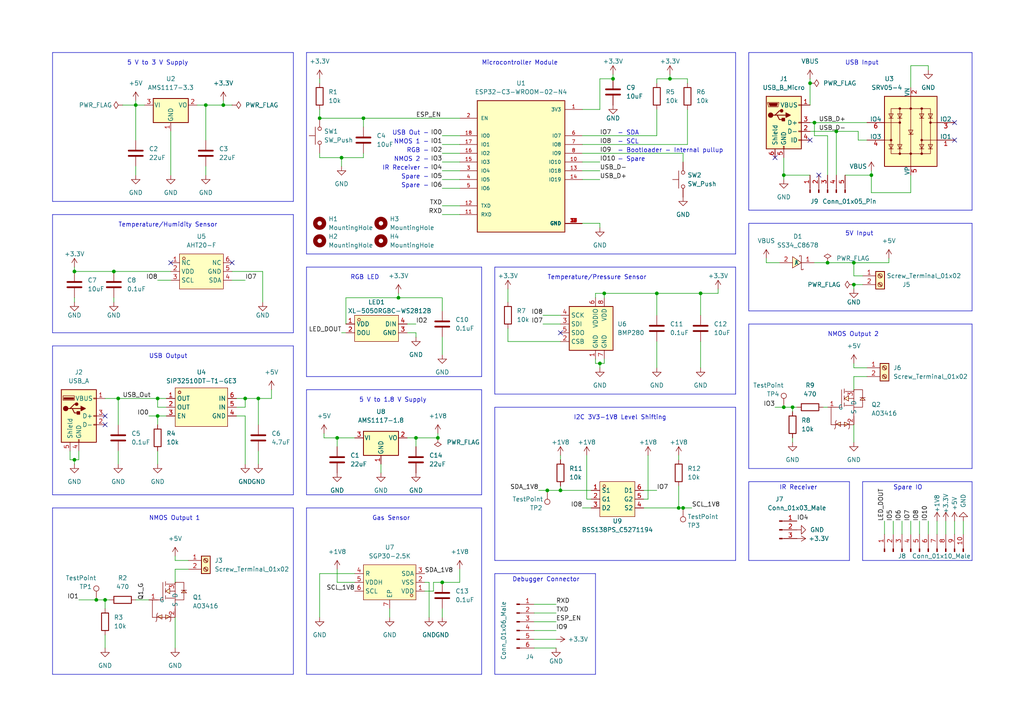
<source format=kicad_sch>
(kicad_sch (version 20230121) (generator eeschema)
  (paper "A4")
  (title_block (title "LightWeather V3") (date "2023-03-21") (rev "2") (company "Dominic Mason"))
  (junction (at 175.26 85.09))
  (junction (at 59.69 30.48))
  (junction (at 162.56 142.24))
  (junction (at 127 127))
  (junction (at 105.41 34.29))
  (junction (at 252.73 50.8))
  (junction (at 30.48 173.99))
  (junction (at 173.99 105.41))
  (junction (at 190.5 85.09))
  (junction (at 194.31 22.86))
  (junction (at 74.93 115.57))
  (junction (at 198.12 147.32))
  (junction (at 27.94 173.99))
  (junction (at 158.75 142.24))
  (junction (at 39.37 30.48))
  (junction (at 242.57 38.1))
  (junction (at 21.59 78.74))
  (junction (at 71.12 115.57))
  (junction (at 92.71 34.29))
  (junction (at 34.29 115.57))
  (junction (at 240.03 76.2))
  (junction (at 21.59 133.35))
  (junction (at 196.85 147.32))
  (junction (at 229.87 118.11))
  (junction (at 33.02 78.74))
  (junction (at 45.72 115.57))
  (junction (at 64.77 30.48))
  (junction (at 227.33 118.11))
  (junction (at 120.65 127))
  (junction (at 236.22 35.56))
  (junction (at 247.65 76.2))
  (junction (at 177.8 22.86))
  (junction (at 99.06 45.72))
  (junction (at 227.33 50.8))
  (junction (at 97.79 127))
  (junction (at 203.2 85.09))
  (junction (at 115.57 86.36))
  (junction (at 128.27 168.91))
  (junction (at 234.95 24.13))
  (junction (at 247.65 82.55))
  (junction (at 45.72 120.65))
  (no_connect (at 276.86 35.56))
  (no_connect (at 224.79 45.72))
  (no_connect (at 30.48 123.19))
  (no_connect (at 237.49 50.8))
  (no_connect (at 49.53 76.2))
  (no_connect (at 162.56 96.52))
  (no_connect (at 67.31 76.2))
  (no_connect (at 276.86 40.64))
  (no_connect (at 234.95 40.64))
  (no_connect (at 30.48 120.65))
  (wire (pts (xy 274.32 151.13) (xy 274.32 154.94)))
  (polyline (pts (xy 217.17 15.24) (xy 217.17 60.96)))
  (wire (pts (xy 269.24 151.13) (xy 269.24 154.94)))
  (wire (pts (xy 68.58 118.11) (xy 71.12 118.11)))
  (wire (pts (xy 154.94 182.88) (xy 161.29 182.88)))
  (wire (pts (xy 240.03 50.8) (xy 240.03 39.37)))
  (wire (pts (xy 50.8 165.1) (xy 50.8 168.91)))
  (wire (pts (xy 168.91 147.32) (xy 171.45 147.32)))
  (wire (pts (xy 22.86 173.99) (xy 27.94 173.99)))
  (wire (pts (xy 50.8 179.07) (xy 50.8 187.96)))
  (wire (pts (xy 240.03 39.37) (xy 236.22 39.37)))
  (wire (pts (xy 30.48 173.99) (xy 31.75 173.99)))
  (wire (pts (xy 45.72 120.65) (xy 48.26 120.65)))
  (wire (pts (xy 93.98 127) (xy 97.79 127)))
  (wire (pts (xy 175.26 85.09) (xy 175.26 86.36)))
  (wire (pts (xy 102.87 168.91) (xy 97.79 168.91)))
  (polyline (pts (xy 213.36 77.47) (xy 213.36 114.3)))
  (wire (pts (xy 172.72 105.41) (xy 173.99 105.41)))
  (polyline (pts (xy 139.7 195.58) (xy 88.9 195.58)))
  (wire (pts (xy 45.72 81.28) (xy 49.53 81.28)))
  (wire (pts (xy 147.32 87.63) (xy 147.32 83.82)))
  (wire (pts (xy 162.56 140.97) (xy 162.56 142.24)))
  (wire (pts (xy 45.72 118.11) (xy 45.72 115.57)))
  (wire (pts (xy 78.74 115.57) (xy 78.74 113.03)))
  (wire (pts (xy 264.16 55.88) (xy 252.73 55.88)))
  (polyline (pts (xy 85.09 195.58) (xy 15.24 195.58)))
  (wire (pts (xy 74.93 115.57) (xy 74.93 123.19)))
  (polyline (pts (xy 217.17 93.98) (xy 217.17 135.89)))
  (wire (pts (xy 173.99 105.41) (xy 175.26 105.41)))
  (wire (pts (xy 105.41 34.29) (xy 133.35 34.29)))
  (wire (pts (xy 154.94 187.96) (xy 161.29 187.96)))
  (wire (pts (xy 128.27 97.79) (xy 128.27 102.87)))
  (wire (pts (xy 35.56 30.48) (xy 39.37 30.48)))
  (wire (pts (xy 118.11 93.98) (xy 120.65 93.98)))
  (wire (pts (xy 128.27 176.53) (xy 128.27 179.07)))
  (wire (pts (xy 120.65 127) (xy 127 127)))
  (polyline (pts (xy 281.94 90.17) (xy 217.17 90.17)))
  (wire (pts (xy 147.32 95.25) (xy 147.32 99.06)))
  (wire (pts (xy 266.7 151.13) (xy 266.7 154.94)))
  (wire (pts (xy 34.29 115.57) (xy 34.29 123.19)))
  (wire (pts (xy 236.22 35.56) (xy 251.46 35.56)))
  (polyline (pts (xy 250.19 139.7) (xy 281.94 139.7)))
  (wire (pts (xy 203.2 99.06) (xy 203.2 106.68)))
  (wire (pts (xy 271.78 151.13) (xy 271.78 154.94)))
  (wire (pts (xy 128.27 168.91) (xy 133.35 168.91)))
  (wire (pts (xy 113.03 176.53) (xy 113.03 179.07)))
  (wire (pts (xy 227.33 45.72) (xy 227.33 50.8)))
  (wire (pts (xy 252.73 50.8) (xy 252.73 49.53)))
  (wire (pts (xy 105.41 34.29) (xy 105.41 36.83)))
  (wire (pts (xy 234.95 24.13) (xy 234.95 30.48)))
  (wire (pts (xy 100.33 93.98) (xy 100.33 86.36)))
  (wire (pts (xy 234.95 50.8) (xy 227.33 50.8)))
  (wire (pts (xy 59.69 30.48) (xy 59.69 40.64)))
  (polyline (pts (xy 88.9 143.51) (xy 139.7 143.51)))
  (wire (pts (xy 120.65 96.52) (xy 120.65 97.79)))
  (wire (pts (xy 74.93 115.57) (xy 78.74 115.57)))
  (wire (pts (xy 71.12 115.57) (xy 74.93 115.57)))
  (polyline (pts (xy 15.24 62.23) (xy 15.24 96.52)))
  (wire (pts (xy 229.87 118.11) (xy 231.14 118.11)))
  (polyline (pts (xy 213.36 15.24) (xy 88.9 15.24)))
  (polyline (pts (xy 143.51 77.47) (xy 213.36 77.47)))
  (polyline (pts (xy 139.7 143.51) (xy 139.7 113.03)))
  (wire (pts (xy 21.59 133.35) (xy 21.59 134.62)))
  (wire (pts (xy 57.15 30.48) (xy 59.69 30.48)))
  (polyline (pts (xy 217.17 15.24) (xy 281.94 15.24)))
  (wire (pts (xy 162.56 133.35) (xy 162.56 132.08)))
  (wire (pts (xy 238.76 118.11) (xy 240.03 118.11)))
  (wire (pts (xy 147.32 99.06) (xy 162.56 99.06)))
  (polyline (pts (xy 143.51 166.37) (xy 172.72 166.37)))
  (wire (pts (xy 175.26 105.41) (xy 175.26 104.14)))
  (wire (pts (xy 234.95 38.1) (xy 242.57 38.1)))
  (wire (pts (xy 227.33 50.8) (xy 227.33 52.07)))
  (wire (pts (xy 59.69 48.26) (xy 59.69 50.8)))
  (wire (pts (xy 251.46 106.68) (xy 247.65 106.68)))
  (polyline (pts (xy 281.94 135.89) (xy 217.17 135.89)))
  (polyline (pts (xy 88.9 15.24) (xy 88.9 73.66)))
  (wire (pts (xy 105.41 45.72) (xy 105.41 44.45)))
  (wire (pts (xy 242.57 38.1) (xy 242.57 50.8)))
  (wire (pts (xy 154.94 185.42) (xy 161.29 185.42)))
  (wire (pts (xy 168.91 64.77) (xy 173.99 64.77)))
  (wire (pts (xy 120.65 129.54) (xy 120.65 127)))
  (wire (pts (xy 203.2 85.09) (xy 190.5 85.09)))
  (wire (pts (xy 43.18 120.65) (xy 45.72 120.65)))
  (wire (pts (xy 97.79 127) (xy 102.87 127)))
  (wire (pts (xy 128.27 44.45) (xy 133.35 44.45)))
  (wire (pts (xy 22.86 130.81) (xy 22.86 133.35)))
  (wire (pts (xy 21.59 87.63) (xy 21.59 86.36)))
  (wire (pts (xy 128.27 90.17) (xy 128.27 86.36)))
  (wire (pts (xy 168.91 31.75) (xy 173.99 31.75)))
  (wire (pts (xy 64.77 30.48) (xy 67.31 30.48)))
  (polyline (pts (xy 88.9 77.47) (xy 139.7 77.47)))
  (wire (pts (xy 92.71 45.72) (xy 99.06 45.72)))
  (polyline (pts (xy 250.19 162.56) (xy 281.94 162.56)))
  (wire (pts (xy 236.22 39.37) (xy 236.22 35.56)))
  (wire (pts (xy 227.33 118.11) (xy 229.87 118.11)))
  (wire (pts (xy 168.91 46.99) (xy 173.99 46.99)))
  (polyline (pts (xy 85.09 143.51) (xy 15.24 143.51)))
  (wire (pts (xy 196.85 147.32) (xy 186.69 147.32)))
  (polyline (pts (xy 213.36 162.56) (xy 213.36 118.11)))
  (wire (pts (xy 247.65 109.22) (xy 247.65 113.03)))
  (wire (pts (xy 34.29 115.57) (xy 45.72 115.57)))
  (wire (pts (xy 208.28 83.82) (xy 208.28 85.09)))
  (wire (pts (xy 97.79 168.91) (xy 97.79 165.1)))
  (wire (pts (xy 50.8 162.56) (xy 50.8 161.29)))
  (wire (pts (xy 21.59 133.35) (xy 22.86 133.35)))
  (wire (pts (xy 240.03 76.2) (xy 247.65 76.2)))
  (wire (pts (xy 64.77 29.21) (xy 64.77 30.48)))
  (wire (pts (xy 252.73 55.88) (xy 252.73 50.8)))
  (wire (pts (xy 172.72 86.36) (xy 172.72 85.09)))
  (wire (pts (xy 157.48 93.98) (xy 162.56 93.98)))
  (wire (pts (xy 76.2 78.74) (xy 76.2 87.63)))
  (wire (pts (xy 203.2 85.09) (xy 203.2 91.44)))
  (wire (pts (xy 187.96 132.08) (xy 187.96 144.78)))
  (polyline (pts (xy 143.51 162.56) (xy 213.36 162.56)))
  (polyline (pts (xy 88.9 77.47) (xy 88.9 109.22)))
  (wire (pts (xy 222.25 76.2) (xy 226.06 76.2)))
  (wire (pts (xy 59.69 30.48) (xy 64.77 30.48)))
  (polyline (pts (xy 15.24 100.33) (xy 15.24 143.51)))
  (wire (pts (xy 30.48 173.99) (xy 30.48 176.53)))
  (wire (pts (xy 172.72 85.09) (xy 175.26 85.09)))
  (wire (pts (xy 124.46 168.91) (xy 123.19 168.91)))
  (polyline (pts (xy 85.09 58.42) (xy 15.24 58.42)))
  (polyline (pts (xy 143.51 77.47) (xy 143.51 114.3)))
  (polyline (pts (xy 281.94 60.96) (xy 217.17 60.96)))
  (wire (pts (xy 125.73 168.91) (xy 125.73 171.45)))
  (wire (pts (xy 125.73 171.45) (xy 123.19 171.45)))
  (wire (pts (xy 156.21 142.24) (xy 158.75 142.24)))
  (wire (pts (xy 173.99 22.86) (xy 173.99 31.75)))
  (polyline (pts (xy 88.9 147.32) (xy 139.7 147.32)))
  (wire (pts (xy 199.39 31.75) (xy 199.39 41.91)))
  (wire (pts (xy 168.91 41.91) (xy 199.39 41.91)))
  (wire (pts (xy 128.27 49.53) (xy 133.35 49.53)))
  (polyline (pts (xy 172.72 166.37) (xy 172.72 195.58)))
  (wire (pts (xy 115.57 85.09) (xy 115.57 86.36)))
  (wire (pts (xy 92.71 45.72) (xy 92.71 44.45)))
  (wire (pts (xy 199.39 24.13) (xy 199.39 22.86)))
  (wire (pts (xy 133.35 168.91) (xy 133.35 165.1)))
  (polyline (pts (xy 139.7 109.22) (xy 88.9 109.22)))
  (wire (pts (xy 236.22 76.2) (xy 240.03 76.2)))
  (wire (pts (xy 175.26 85.09) (xy 190.5 85.09)))
  (wire (pts (xy 247.65 106.68) (xy 247.65 105.41)))
  (wire (pts (xy 118.11 96.52) (xy 120.65 96.52)))
  (wire (pts (xy 34.29 130.81) (xy 34.29 134.62)))
  (wire (pts (xy 264.16 19.05) (xy 269.24 19.05)))
  (polyline (pts (xy 217.17 64.77) (xy 281.94 64.77)))
  (wire (pts (xy 99.06 96.52) (xy 100.33 96.52)))
  (wire (pts (xy 247.65 80.01) (xy 247.65 76.2)))
  (wire (pts (xy 99.06 45.72) (xy 99.06 48.26)))
  (wire (pts (xy 21.59 77.47) (xy 21.59 78.74)))
  (polyline (pts (xy 15.24 96.52) (xy 85.09 96.52)))
  (wire (pts (xy 118.11 127) (xy 120.65 127)))
  (wire (pts (xy 49.53 50.8) (xy 49.53 38.1)))
  (polyline (pts (xy 281.94 93.98) (xy 281.94 135.89)))
  (wire (pts (xy 190.5 24.13) (xy 190.5 22.86)))
  (wire (pts (xy 259.08 151.13) (xy 259.08 154.94)))
  (wire (pts (xy 20.32 130.81) (xy 20.32 133.35)))
  (wire (pts (xy 168.91 44.45) (xy 198.12 44.45)))
  (polyline (pts (xy 85.09 100.33) (xy 85.09 143.51)))
  (wire (pts (xy 247.65 82.55) (xy 250.19 82.55)))
  (wire (pts (xy 45.72 115.57) (xy 48.26 115.57)))
  (wire (pts (xy 234.95 35.56) (xy 236.22 35.56)))
  (wire (pts (xy 30.48 115.57) (xy 34.29 115.57)))
  (wire (pts (xy 186.69 144.78) (xy 187.96 144.78)))
  (wire (pts (xy 128.27 168.91) (xy 125.73 168.91)))
  (wire (pts (xy 67.31 81.28) (xy 71.12 81.28)))
  (wire (pts (xy 71.12 120.65) (xy 71.12 134.62)))
  (polyline (pts (xy 217.17 93.98) (xy 281.94 93.98)))
  (polyline (pts (xy 15.24 15.24) (xy 85.09 15.24)))
  (wire (pts (xy 256.54 151.13) (xy 256.54 154.94)))
  (wire (pts (xy 128.27 59.69) (xy 133.35 59.69)))
  (wire (pts (xy 154.94 177.8) (xy 161.29 177.8)))
  (wire (pts (xy 247.65 109.22) (xy 251.46 109.22)))
  (polyline (pts (xy 15.24 62.23) (xy 85.09 62.23)))
  (wire (pts (xy 190.5 22.86) (xy 194.31 22.86)))
  (polyline (pts (xy 85.09 147.32) (xy 85.09 195.58)))
  (wire (pts (xy 261.62 151.13) (xy 261.62 154.94)))
  (wire (pts (xy 154.94 180.34) (xy 161.29 180.34)))
  (wire (pts (xy 248.92 40.64) (xy 251.46 40.64)))
  (wire (pts (xy 276.86 151.13) (xy 276.86 154.94)))
  (wire (pts (xy 242.57 38.1) (xy 248.92 38.1)))
  (wire (pts (xy 20.32 133.35) (xy 21.59 133.35)))
  (wire (pts (xy 170.18 132.08) (xy 170.18 144.78)))
  (wire (pts (xy 196.85 133.35) (xy 196.85 132.08)))
  (wire (pts (xy 234.95 24.13) (xy 234.95 22.86)))
  (polyline (pts (xy 143.51 118.11) (xy 143.51 162.56)))
  (wire (pts (xy 97.79 129.54) (xy 97.79 127)))
  (polyline (pts (xy 213.36 114.3) (xy 143.51 114.3)))
  (wire (pts (xy 115.57 86.36) (xy 128.27 86.36)))
  (wire (pts (xy 110.49 134.62) (xy 110.49 137.16)))
  (polyline (pts (xy 88.9 113.03) (xy 88.9 143.51)))
  (wire (pts (xy 173.99 22.86) (xy 177.8 22.86)))
  (wire (pts (xy 71.12 118.11) (xy 71.12 115.57)))
  (polyline (pts (xy 15.24 58.42) (xy 15.24 15.24)))
  (wire (pts (xy 33.02 78.74) (xy 49.53 78.74)))
  (wire (pts (xy 100.33 86.36) (xy 115.57 86.36)))
  (wire (pts (xy 158.75 142.24) (xy 162.56 142.24)))
  (wire (pts (xy 128.27 41.91) (xy 133.35 41.91)))
  (wire (pts (xy 154.94 175.26) (xy 161.29 175.26)))
  (polyline (pts (xy 88.9 73.66) (xy 213.36 73.66)))
  (wire (pts (xy 39.37 30.48) (xy 39.37 40.64)))
  (wire (pts (xy 194.31 21.59) (xy 194.31 22.86)))
  (wire (pts (xy 128.27 52.07) (xy 133.35 52.07)))
  (wire (pts (xy 248.92 40.64) (xy 248.92 38.1)))
  (polyline (pts (xy 85.09 15.24) (xy 85.09 58.42)))
  (polyline (pts (xy 281.94 15.24) (xy 281.94 60.96)))
  (polyline (pts (xy 85.09 96.52) (xy 85.09 62.23)))
  (polyline (pts (xy 281.94 162.56) (xy 281.94 139.7)))
  (wire (pts (xy 168.91 39.37) (xy 190.5 39.37)))
  (polyline (pts (xy 143.51 166.37) (xy 143.51 195.58)))
  (polyline (pts (xy 172.72 195.58) (xy 143.51 195.58)))
  (wire (pts (xy 247.65 83.82) (xy 247.65 82.55)))
  (wire (pts (xy 168.91 52.07) (xy 173.99 52.07)))
  (wire (pts (xy 128.27 46.99) (xy 133.35 46.99)))
  (wire (pts (xy 92.71 22.86) (xy 92.71 24.13)))
  (wire (pts (xy 186.69 142.24) (xy 190.5 142.24)))
  (wire (pts (xy 162.56 142.24) (xy 171.45 142.24)))
  (wire (pts (xy 21.59 78.74) (xy 33.02 78.74)))
  (polyline (pts (xy 139.7 147.32) (xy 139.7 195.58)))
  (wire (pts (xy 39.37 48.26) (xy 39.37 50.8)))
  (wire (pts (xy 173.99 64.77) (xy 173.99 66.04)))
  (wire (pts (xy 92.71 31.75) (xy 92.71 34.29)))
  (polyline (pts (xy 217.17 139.7) (xy 217.17 162.56)))
  (wire (pts (xy 229.87 127) (xy 229.87 128.27)))
  (wire (pts (xy 124.46 179.07) (xy 124.46 168.91)))
  (wire (pts (xy 203.2 85.09) (xy 208.28 85.09)))
  (wire (pts (xy 127 125.73) (xy 127 127)))
  (wire (pts (xy 39.37 173.99) (xy 43.18 173.99)))
  (polyline (pts (xy 246.38 139.7) (xy 246.38 162.56)))
  (wire (pts (xy 224.79 118.11) (xy 227.33 118.11)))
  (wire (pts (xy 128.27 62.23) (xy 133.35 62.23)))
  (wire (pts (xy 222.25 74.93) (xy 222.25 76.2)))
  (wire (pts (xy 229.87 118.11) (xy 229.87 119.38)))
  (wire (pts (xy 68.58 115.57) (xy 71.12 115.57)))
  (wire (pts (xy 173.99 105.41) (xy 173.99 106.68)))
  (wire (pts (xy 196.85 147.32) (xy 198.12 147.32)))
  (polyline (pts (xy 15.24 147.32) (xy 85.09 147.32)))
  (wire (pts (xy 190.5 91.44) (xy 190.5 85.09)))
  (wire (pts (xy 264.16 25.4) (xy 264.16 19.05)))
  (wire (pts (xy 264.16 151.13) (xy 264.16 154.94)))
  (wire (pts (xy 128.27 54.61) (xy 133.35 54.61)))
  (wire (pts (xy 30.48 184.15) (xy 30.48 187.96)))
  (polyline (pts (xy 250.19 139.7) (xy 250.19 162.56)))
  (wire (pts (xy 99.06 45.72) (xy 105.41 45.72)))
  (polyline (pts (xy 281.94 64.77) (xy 281.94 90.17)))
  (wire (pts (xy 74.93 130.81) (xy 74.93 134.62)))
  (wire (pts (xy 168.91 49.53) (xy 173.99 49.53)))
  (wire (pts (xy 198.12 147.32) (xy 200.66 147.32)))
  (wire (pts (xy 269.24 19.05) (xy 269.24 20.32)))
  (polyline (pts (xy 213.36 118.11) (xy 143.51 118.11)))
  (polyline (pts (xy 88.9 147.32) (xy 88.9 195.58)))
  (wire (pts (xy 102.87 166.37) (xy 92.71 166.37)))
  (wire (pts (xy 245.11 50.8) (xy 252.73 50.8)))
  (polyline (pts (xy 217.17 64.77) (xy 217.17 90.17)))
  (wire (pts (xy 257.81 74.93) (xy 257.81 76.2)))
  (wire (pts (xy 177.8 21.59) (xy 177.8 22.86)))
  (polyline (pts (xy 246.38 162.56) (xy 217.17 162.56)))
  (wire (pts (xy 198.12 44.45) (xy 198.12 46.99)))
  (wire (pts (xy 190.5 99.06) (xy 190.5 106.68)))
  (wire (pts (xy 45.72 130.81) (xy 45.72 134.62)))
  (wire (pts (xy 27.94 173.99) (xy 30.48 173.99)))
  (wire (pts (xy 170.18 144.78) (xy 171.45 144.78)))
  (wire (pts (xy 92.71 34.29) (xy 105.41 34.29)))
  (wire (pts (xy 93.98 125.73) (xy 93.98 127)))
  (wire (pts (xy 279.4 151.13) (xy 279.4 154.94)))
  (wire (pts (xy 45.72 123.19) (xy 45.72 120.65)))
  (polyline (pts (xy 217.17 139.7) (xy 246.38 139.7)))
  (wire (pts (xy 33.02 86.36) (xy 33.02 87.63)))
  (wire (pts (xy 196.85 140.97) (xy 196.85 147.32)))
  (polyline (pts (xy 15.24 100.33) (xy 85.09 100.33)))
  (polyline (pts (xy 88.9 113.03) (xy 139.7 113.03)))
  (wire (pts (xy 157.48 91.44) (xy 162.56 91.44)))
  (wire (pts (xy 48.26 118.11) (xy 45.72 118.11)))
  (wire (pts (xy 247.65 76.2) (xy 257.81 76.2)))
  (wire (pts (xy 128.27 39.37) (xy 133.35 39.37)))
  (wire (pts (xy 67.31 78.74) (xy 76.2 78.74)))
  (wire (pts (xy 92.71 166.37) (xy 92.71 179.07)))
  (wire (pts (xy 68.58 120.65) (xy 71.12 120.65)))
  (polyline (pts (xy 213.36 73.66) (xy 213.36 15.24)))
  (wire (pts (xy 264.16 50.8) (xy 264.16 55.88)))
  (wire (pts (xy 172.72 104.14) (xy 172.72 105.41)))
  (wire (pts (xy 190.5 31.75) (xy 190.5 39.37)))
  (wire (pts (xy 194.31 22.86) (xy 199.39 22.86)))
  (wire (pts (xy 247.65 123.19) (xy 247.65 128.27)))
  (wire (pts (xy 39.37 29.21) (xy 39.37 30.48)))
  (wire (pts (xy 39.37 30.48) (xy 41.91 30.48)))
  (wire (pts (xy 247.65 80.01) (xy 250.19 80.01)))
  (wire (pts (xy 50.8 165.1) (xy 54.61 165.1)))
  (wire (pts (xy 54.61 162.56) (xy 50.8 162.56)))
  (polyline (pts (xy 139.7 77.47) (xy 139.7 109.22)))
  (polyline (pts (xy 15.24 147.32) (xy 15.24 195.58)))
  (text "- Bootloader - Internal pullup" (at 179.07 44.45 0) (effects (font (size 1.27 1.27)) (justify left bottom)))
  (text "- SDA" (at 179.07 39.37 0) (effects (font (size 1.27 1.27)) (justify left bottom)))
  (text "Spare IO" (at 259.08 142.24 0) (effects (font (size 1.27 1.27)) (justify left bottom)))
  (text "5 V to 1.8 V Supply" (at 104.14 116.84 0) (effects (font (size 1.27 1.27)) (justify left bottom)))
  (text "NMOS Output 1" (at 43.18 151.13 0) (effects (font (size 1.27 1.27)) (justify left bottom)))
  (text "Debugger Connector" (at 148.59 168.91 0) (effects (font (size 1.27 1.27)) (justify left bottom)))
  (text "- SCL" (at 179.07 41.91 0) (effects (font (size 1.27 1.27)) (justify left bottom)))
  (text "NMOS Output 2" (at 240.03 97.79 0) (effects (font (size 1.27 1.27)) (justify left bottom)))
  (text "5V Input" (at 245.11 68.58 0) (effects (font (size 1.27 1.27)) (justify left bottom)))
  (text "NMOS 1 -" (at 124.46 41.91 0) (effects (font (size 1.27 1.27)) (justify right bottom)))
  (text "USB Input" (at 245.11 19.05 0) (effects (font (size 1.27 1.27)) (justify left bottom)))
  (text "5 V to 3 V Supply" (at 36.83 19.05 0) (effects (font (size 1.27 1.27)) (justify left bottom)))
  (text "USB Out -" (at 124.46 39.37 0) (effects (font (size 1.27 1.27)) (justify right bottom)))
  (text "RGB LED" (at 101.6 81.28 0) (effects (font (size 1.27 1.27)) (justify left bottom)))
  (text "IR Receiver -" (at 124.46 49.53 0) (effects (font (size 1.27 1.27)) (justify right bottom)))
  (text "Temperature/Humidity Sensor" (at 34.29 66.04 0) (effects (font (size 1.27 1.27)) (justify left bottom)))
  (text "NMOS 2 -" (at 124.46 46.99 0) (effects (font (size 1.27 1.27)) (justify right bottom)))
  (text "IR Receiver" (at 226.06 142.24 0) (effects (font (size 1.27 1.27)) (justify left bottom)))
  (text "I2C 3V3-1V8 Level Shifting" (at 166.37 121.92 0) (effects (font (size 1.27 1.27)) (justify left bottom)))
  (text "Microcontroller Module" (at 139.7 19.05 0) (effects (font (size 1.27 1.27)) (justify left bottom)))
  (text "Temperature/Pressure Sensor" (at 158.75 81.28 0) (effects (font (size 1.27 1.27)) (justify left bottom)))
  (text "Spare -" (at 124.46 52.07 0) (effects (font (size 1.27 1.27)) (justify right bottom)))
  (text "Gas Sensor" (at 107.95 151.13 0) (effects (font (size 1.27 1.27)) (justify left bottom)))
  (text "RGB -" (at 124.46 44.45 0) (effects (font (size 1.27 1.27)) (justify right bottom)))
  (text "- Spare" (at 179.07 46.99 0) (effects (font (size 1.27 1.27)) (justify left bottom)))
  (text "Spare -" (at 124.46 54.61 0) (effects (font (size 1.27 1.27)) (justify right bottom)))
  (text "USB Output" (at 43.18 104.14 0) (effects (font (size 1.27 1.27)) (justify left bottom)))
  (label "USB_D-" (at 237.49 38.1 0))
  (label "IO6" (at 128.27 54.61 180))
  (label "IO3" (at 224.79 118.11 180))
  (label "SCL_1V8" (at 200.66 147.32 0))
  (label "TXD" (at 161.29 177.8 0))
  (label "IO7" (at 157.48 93.98 180))
  (label "IO8" (at 173.99 41.91 0))
  (label "IO8" (at 45.72 81.28 180))
  (label "IO7" (at 264.16 151.13 90))
  (label "IO0" (at 128.27 39.37 180))
  (label "LED_DOUT" (at 256.54 151.13 90))
  (label "IO7" (at 173.99 39.37 0))
  (label "IO9" (at 173.99 44.45 0))
  (label "LED_DOUT" (at 99.06 96.52 180))
  (label "IO0" (at 43.18 120.65 180))
  (label "IO3" (at 128.27 46.99 180))
  (label "USB_D+" (at 173.99 52.07 0))
  (label "ESP_EN" (at 120.65 34.29 0))
  (label "IO4" (at 128.27 49.53 180))
  (label "SDA_1V8" (at 123.19 166.37 0))
  (label "SCL_1V8" (at 102.87 171.45 180))
  (label "IO5" (at 259.08 151.13 90))
  (label "RXD" (at 128.27 62.23 180))
  (label "IO8" (at 266.7 151.13 90))
  (label "IO2" (at 120.65 93.98 0))
  (label "IO5" (at 128.27 52.07 180))
  (label "Q1_G" (at 41.91 173.99 90))
  (label "IO1" (at 22.86 173.99 180))
  (label "IO2" (at 128.27 44.45 180))
  (label "TXD" (at 128.27 59.69 180))
  (label "IO7" (at 71.12 81.28 0))
  (label "USB_D-" (at 173.99 49.53 0))
  (label "IO9" (at 161.29 182.88 0))
  (label "IO6" (at 261.62 151.13 90))
  (label "IO10" (at 269.24 151.13 90))
  (label "IO7" (at 190.5 142.24 0))
  (label "IO10" (at 173.99 46.99 0))
  (label "IO8" (at 168.91 147.32 180))
  (label "IO1" (at 128.27 41.91 180))
  (label "USB_D+" (at 237.49 35.56 0))
  (label "ESP_EN" (at 161.29 180.34 0))
  (label "IO4" (at 231.14 151.13 0))
  (label "IO8" (at 157.48 91.44 180))
  (label "RXD" (at 161.29 175.26 0))
  (label "SDA_1V8" (at 156.21 142.24 180))
  (label "USB_Out" (at 35.56 115.57 0))
  (symbol (lib_id "power:PWR_FLAG") (at 240.03 76.2 0) (unit 1)
    (property "Reference" "#FLG01" (effects hide))
    (property "Value" "PWR_FLAG" (at 242.57 74.9299 0) (effects (justify left)))
  )
  (symbol (lib_id "Connector:TestPoint") (at 227.33 118.11 0) (unit 1)
    (property "Reference" "TP4" (at 226.06 114.3 0) (effects (justify right)))
    (property "Value" "TestPoint" (at 227.33 111.76 0) (effects (justify right)))
    (property "Footprint" "TestPoint:TestPoint_Pad_D2.0mm" (effects hide))
  )
  (symbol (lib_id "power:GND") (at 74.93 134.62 0) (unit 1)
    (property "Reference" "#PWR0129" (effects hide))
    (property "Value" "GND" (at 74.93 139.7 0))
  )
  (symbol (lib_id "power:GND") (at 124.46 179.07 0) (unit 1)
    (property "Reference" "#PWR0142" (effects hide))
    (property "Value" "GND" (at 124.46 184.15 0))
  )
  (symbol (lib_id "Connector:Screw_Terminal_01x02") (at 255.27 80.01 0) (unit 1)
    (property "Reference" "J5" (at 262.89 82.55 0))
    (property "Value" "Screw_Terminal_01x02" (at 267.97 80.01 0))
    (property "Footprint" "TerminalBlock:TerminalBlock_Altech_AK300-2_P5.00mm" (effects hide))
  )
  (symbol (lib_id "power:+5V") (at 78.74 113.03 0) (unit 1)
    (property "Reference" "#PWR07" (effects hide))
    (property "Value" "+5V" (at 78.74 107.95 0))
  )
  (symbol (lib_id "power:+1V8") (at 127 125.73 0) (unit 1)
    (property "Reference" "#PWR0153" (effects hide))
    (property "Value" "+1V8" (at 127 120.65 0))
  )
  (symbol (lib_id "power:GND") (at 33.02 87.63 0) (unit 1)
    (property "Reference" "#PWR0117" (effects hide))
    (property "Value" "GND" (at 33.02 91.44 0))
  )
  (symbol (lib_id "Device:C") (at 128.27 172.72 0) (unit 1)
    (property "Reference" "C13" (at 132.08 171.4499 0) (effects (justify left)))
    (property "Value" "0.1uF" (at 132.08 173.99 0) (effects (justify left)))
    (property "Footprint" "Capacitor_SMD:C_0805_2012Metric_Pad1.18x1.45mm_HandSolder" (effects hide))
  )
  (symbol (lib_id "Connector:Screw_Terminal_01x02") (at 256.54 106.68 0) (unit 1)
    (property "Reference" "J6" (at 259.08 106.6799 0) (effects (justify left)))
    (property "Value" "Screw_Terminal_01x02" (at 259.08 109.2199 0) (effects (justify left)))
    (property "Footprint" "TerminalBlock:TerminalBlock_Altech_AK300-2_P5.00mm" (effects hide))
  )
  (symbol (lib_id "power:GND") (at 128.27 102.87 0) (unit 1)
    (property "Reference" "#PWR0134" (effects hide))
    (property "Value" "GND" (at 128.27 107.95 0))
  )
  (symbol (lib_id "power:GND") (at 92.71 179.07 0) (unit 1)
    (property "Reference" "#PWR0147" (effects hide))
    (property "Value" "GND" (at 92.71 184.15 0))
  )
  (symbol (lib_id "Connector:Conn_01x06_Male") (at 149.86 180.34 0) (unit 1)
    (property "Reference" "J4" (at 153.67 190.5 0))
    (property "Value" "Conn_01x06_Male" (at 146.05 182.88 90))
    (property "Footprint" "Connector_PinHeader_2.54mm:PinHeader_1x06_P2.54mm_Vertical" (effects hide))
  )
  (symbol (lib_id "power:+3.3V") (at 208.28 83.82 0) (unit 1)
    (property "Reference" "#PWR0139" (effects hide))
    (property "Value" "+3.3V" (at 208.28 80.01 0))
  )
  (symbol (lib_id "Device:C") (at 97.79 133.35 0) (unit 1)
    (property "Reference" "C1" (at 101.6 132.0799 0) (effects (justify left)))
    (property "Value" "22uF" (at 101.6 134.6199 0) (effects (justify left)))
    (property "Footprint" "Capacitor_SMD:C_0805_2012Metric_Pad1.18x1.45mm_HandSolder" (effects hide))
  )
  (symbol (lib_id "power:GND") (at 99.06 48.26 0) (unit 1)
    (property "Reference" "#PWR0108" (effects hide))
    (property "Value" "GND" (at 99.06 53.34 0))
  )
  (symbol (lib_id "Power_Protection:SRV05-4") (at 264.16 38.1 180) (unit 1)
    (property "Reference" "U3" (at 256.54 22.86 0) (effects (justify right)))
    (property "Value" "SRV05-4" (at 252.73 25.4 0) (effects (justify right)))
    (property "Footprint" "Package_TO_SOT_SMD:SOT-23-6" (effects hide))
    (property "Datasheet" "http://www.onsemi.com/pub/Collateral/SRV05-4-D.PDF" (effects hide))
  )
  (symbol (lib_id "Device:C") (at 190.5 95.25 0) (unit 1)
    (property "Reference" "C11" (at 194.31 93.9799 0) (effects (justify left)))
    (property "Value" "0.1uF" (at 194.31 96.5199 0) (effects (justify left)))
    (property "Footprint" "Capacitor_SMD:C_0805_2012Metric_Pad1.18x1.45mm_HandSolder" (effects hide))
  )
  (symbol (lib_id "power:VBUS") (at 222.25 74.93 0) (unit 1)
    (property "Reference" "#PWR0148" (effects hide))
    (property "Value" "VBUS" (at 222.25 69.85 0))
  )
  (symbol (lib_id "power:+3.3V") (at 92.71 22.86 0) (unit 1)
    (property "Reference" "#PWR0116" (effects hide))
    (property "Value" "+3.3V" (at 92.71 17.78 0))
  )
  (symbol (lib_id "power:+5V") (at 247.65 105.41 0) (unit 1)
    (property "Reference" "#PWR09" (effects hide))
    (property "Value" "+5V" (at 247.65 100.33 0))
  )
  (symbol (lib_id "power:GND") (at 231.14 153.67 90) (unit 1)
    (property "Reference" "#PWR04" (effects hide))
    (property "Value" "GND" (at 234.95 153.6699 90) (effects (justify right)))
  )
  (symbol (lib_id "power:+5V") (at 257.81 74.93 0) (unit 1)
    (property "Reference" "#PWR010" (effects hide))
    (property "Value" "+5V" (at 257.81 69.85 0))
  )
  (symbol (lib_id "power:GND") (at 21.59 134.62 0) (unit 1)
    (property "Reference" "#PWR0128" (effects hide))
    (property "Value" "GND" (at 21.59 139.7 0))
  )
  (symbol (lib_id "Connector:USB_B_Micro") (at 227.33 35.56 0) (unit 1)
    (property "Reference" "J1" (at 227.33 22.86 0))
    (property "Value" "USB_B_Micro" (at 227.33 25.4 0))
    (property "Footprint" "easyeda2kicad:MICRO-USB-SMD_U254-051T-4BH83-S1S" (effects hide))
  )
  (symbol (lib_id "Connector:TestPoint") (at 158.75 142.24 180) (unit 1)
    (property "Reference" "TP2" (at 153.67 147.32 0) (effects (justify right)))
    (property "Value" "TestPoint" (at 148.59 144.78 0) (effects (justify right)))
    (property "Footprint" "TestPoint:TestPoint_Pad_D2.0mm" (effects hide))
  )
  (symbol (lib_id "power:GND") (at 45.72 134.62 0) (unit 1)
    (property "Reference" "#PWR0125" (effects hide))
    (property "Value" "GND" (at 45.72 139.7 0))
  )
  (symbol (lib_id "power:+1V8") (at 187.96 132.08 0) (unit 1)
    (property "Reference" "#PWR0159" (effects hide))
    (property "Value" "+1V8" (at 187.96 128.27 0))
  )
  (symbol (lib_id "Device:R") (at 199.39 27.94 0) (unit 1)
    (property "Reference" "R6" (at 201.93 26.6699 0) (effects (justify left)))
    (property "Value" "10k" (at 201.93 29.2099 0) (effects (justify left)))
    (property "Footprint" "Resistor_SMD:R_0805_2012Metric_Pad1.20x1.40mm_HandSolder" (effects hide))
  )
  (symbol (lib_id "Device:R") (at 147.32 91.44 0) (unit 1)
    (property "Reference" "R7" (at 149.86 90.1699 0) (effects (justify left)))
    (property "Value" "10k" (at 149.86 92.7099 0) (effects (justify left)))
    (property "Footprint" "Resistor_SMD:R_0805_2012Metric_Pad1.20x1.40mm_HandSolder" (effects hide))
  )
  (symbol (lib_id "power:PWR_FLAG") (at 35.56 30.48 90) (unit 1)
    (property "Reference" "#FLG0103" (effects hide))
    (property "Value" "PWR_FLAG" (at 22.86 30.48 90) (effects (justify right)))
  )
  (symbol (lib_id "Connector:TestPoint") (at 27.94 173.99 0) (unit 1)
    (property "Reference" "TP1" (at 26.67 170.18 0) (effects (justify right)))
    (property "Value" "TestPoint" (at 27.94 167.64 0) (effects (justify right)))
    (property "Footprint" "TestPoint:TestPoint_Pad_D2.0mm" (effects hide))
  )
  (symbol (lib_id "Connector:Conn_01x03_Male") (at 226.06 153.67 0) (unit 1)
    (property "Reference" "J7" (at 226.06 144.78 0))
    (property "Value" "Conn_01x03_Male" (at 231.14 147.32 0))
    (property "Footprint" "Connector_PinHeader_2.54mm:PinHeader_1x03_P2.54mm_Vertical" (effects hide))
  )
  (symbol (lib_id "easyeda2kicad:AO3416") (at 46.99 173.99 0) (unit 1)
    (property "Reference" "Q1" (at 55.88 173.2299 0) (effects (justify left)))
    (property "Value" "AO3416" (at 55.88 175.7699 0) (effects (justify left)))
    (property "Footprint" "easyeda2kicad:SOT-23-3_L2.9-W1.6-P1.90-LS2.8-BR" (effects hide))
    (property "Datasheet" "https://lcsc.com/product-detail/MOSFET_AOS_AO3416_AO3416_C43307.html" (effects hide))
    (property "Manufacturer" "AOS" (effects hide))
    (property "LCSC Part" "C43307" (effects hide))
    (property "JLC Part" "Extended Part" (effects hide))
  )
  (symbol (lib_id "power:+3.3V") (at 21.59 77.47 0) (unit 1)
    (property "Reference" "#PWR0118" (effects hide))
    (property "Value" "+3.3V" (at 21.59 73.66 0))
  )
  (symbol (lib_id "Connector:TestPoint") (at 198.12 147.32 180) (unit 1)
    (property "Reference" "TP3" (at 199.39 152.4 0) (effects (justify right)))
    (property "Value" "TestPoint" (at 199.39 149.86 0) (effects (justify right)))
    (property "Footprint" "TestPoint:TestPoint_Pad_D2.0mm" (effects hide))
  )
  (symbol (lib_id "Device:R") (at 229.87 123.19 0) (unit 1)
    (property "Reference" "R8" (at 232.41 121.9199 0) (effects (justify left)))
    (property "Value" "10k" (at 232.41 124.4599 0) (effects (justify left)))
    (property "Footprint" "Resistor_SMD:R_0805_2012Metric_Pad1.20x1.40mm_HandSolder" (effects hide))
  )
  (symbol (lib_id "Device:R") (at 45.72 127 0) (unit 1)
    (property "Reference" "R4" (at 48.26 125.7299 0) (effects (justify left)))
    (property "Value" "10k" (at 48.26 128.2699 0) (effects (justify left)))
    (property "Footprint" "Resistor_SMD:R_0805_2012Metric_Pad1.20x1.40mm_HandSolder" (effects hide))
  )
  (symbol (lib_id "power:GND") (at 97.79 137.16 0) (unit 1)
    (property "Reference" "#PWR08" (effects hide))
    (property "Value" "GND" (at 97.79 142.24 0))
  )
  (symbol (lib_id "power:GND") (at 247.65 128.27 0) (unit 1)
    (property "Reference" "#PWR03" (effects hide))
    (property "Value" "GND" (at 247.65 133.35 0))
  )
  (symbol (lib_id "power:+3.3V") (at 194.31 21.59 0) (unit 1)
    (property "Reference" "#PWR0112" (effects hide))
    (property "Value" "+3.3V" (at 194.31 17.78 0))
  )
  (symbol (lib_id "Device:C") (at 203.2 95.25 0) (unit 1)
    (property "Reference" "C12" (at 207.01 93.9799 0) (effects (justify left)))
    (property "Value" "10uF" (at 207.01 96.5199 0) (effects (justify left)))
    (property "Footprint" "Capacitor_SMD:C_0805_2012Metric_Pad1.18x1.45mm_HandSolder" (effects hide))
  )
  (symbol (lib_id "power:GND") (at 173.99 106.68 0) (unit 1)
    (property "Reference" "#PWR0137" (effects hide))
    (property "Value" "GND" (at 173.99 111.76 0))
  )
  (symbol (lib_id "power:GND") (at 177.8 30.48 0) (unit 1)
    (property "Reference" "#PWR0114" (effects hide))
    (property "Value" "GND" (at 177.8 34.29 0))
  )
  (symbol (lib_id "Device:R") (at 35.56 173.99 90) (unit 1)
    (property "Reference" "R2" (at 35.56 167.64 90))
    (property "Value" "470" (at 35.56 170.18 90))
    (property "Footprint" "Resistor_SMD:R_0805_2012Metric_Pad1.20x1.40mm_HandSolder" (effects hide))
  )
  (symbol (lib_id "power:+3.3V") (at 64.77 29.21 0) (unit 1)
    (property "Reference" "#PWR0121" (effects hide))
    (property "Value" "+3.3V" (at 64.77 24.13 0))
  )
  (symbol (lib_id "power:+3.3V") (at 274.32 151.13 0) (unit 1)
    (property "Reference" "#PWR0157" (effects hide))
    (property "Value" "+3.3V" (at 274.32 146.05 90))
  )
  (symbol (lib_id "easyeda2kicad:AHT20-F") (at 58.42 78.74 0) (unit 1)
    (property "Reference" "U5" (at 58.42 68.58 0))
    (property "Value" "AHT20-F" (at 58.42 71.12 0))
    (property "Footprint" "easyeda2kicad:SENSOR-SMD-6_AHT20" (effects hide))
    (property "Manufacturer" "广州奥松" (effects hide))
    (property "LCSC Part" "C3012622" (effects hide))
    (property "JLC Part" "Extended Part" (effects hide))
  )
  (symbol (lib_id "power:GND") (at 71.12 134.62 0) (unit 1)
    (property "Reference" "#PWR0127" (effects hide))
    (property "Value" "GND" (at 71.12 139.7 0))
  )
  (symbol (lib_id "Regulator_Linear:AMS1117-1.8") (at 110.49 127 0) (unit 1)
    (property "Reference" "U8" (at 110.49 119.38 0))
    (property "Value" "AMS1117-1.8" (at 110.49 121.92 0))
    (property "Footprint" "Package_TO_SOT_SMD:SOT-223-3_TabPin2" (effects hide))
    (property "Datasheet" "http://www.advanced-monolithic.com/pdf/ds1117.pdf" (effects hide))
  )
  (symbol (lib_id "power:+5V") (at 39.37 29.21 0) (unit 1)
    (property "Reference" "#PWR0151" (effects hide))
    (property "Value" "+5V" (at 39.37 24.13 0))
  )
  (symbol (lib_id "power:+3.3V") (at 115.57 85.09 0) (unit 1)
    (property "Reference" "#PWR0124" (effects hide))
    (property "Value" "+3.3V" (at 115.57 80.01 0))
  )
  (symbol (lib_id "easyeda2kicad:XL-5050RGBC-WS2812B") (at 109.22 95.25 0) (unit 1)
    (property "Reference" "LED1" (at 109.22 87.63 0))
    (property "Value" "XL-5050RGBC-WS2812B" (at 113.03 90.17 0))
    (property "Footprint" "easyeda2kicad:LED-SMD_4P-L5.0-W5.0-BL_XL-5050RGBC" (effects hide))
    (property "Manufacturer" "XINGLIGHT(成兴光)" (effects hide))
    (property "LCSC Part" "C2843785" (effects hide))
    (property "JLC Part" "Extended Part" (effects hide))
  )
  (symbol (lib_id "power:GND") (at 128.27 179.07 0) (unit 1)
    (property "Reference" "#PWR0144" (effects hide))
    (property "Value" "GND" (at 128.27 184.15 0))
  )
  (symbol (lib_id "power:+1V8") (at 97.79 165.1 0) (unit 1)
    (property "Reference" "#PWR0146" (effects hide))
    (property "Value" "+1V8" (at 97.79 160.02 0))
  )
  (symbol (lib_id "easyeda2kicad:SIP32510DT-T1-GE3") (at 58.42 118.11 0) (unit 1)
    (property "Reference" "U4" (at 58.42 107.95 0))
    (property "Value" "SIP32510DT-T1-GE3" (at 58.42 110.49 0))
    (property "Footprint" "easyeda2kicad:SOT-23-6_L2.9-W1.6-P0.95-LS2.8-BR" (effects hide))
    (property "Datasheet" "https://lcsc.com/product-detail/PMIC-Power-Distribution-Switches_VISHAY_SIP32510DT-T1-GE3_SIP32510DT-T1-GE3_C145264.html" (effects hide))
    (property "Manufacturer" "VISHAY(威世)" (effects hide))
    (property "LCSC Part" "C145264" (effects hide))
    (property "JLC Part" "Extended Part" (effects hide))
  )
  (symbol (lib_id "power:GND") (at 120.65 97.79 0) (unit 1)
    (property "Reference" "#PWR0123" (effects hide))
    (property "Value" "GND" (at 120.65 102.87 0))
  )
  (symbol (lib_id "Connector:Conn_01x05_Pin") (at 240.03 55.88 90) (unit 1)
    (property "Reference" "J9" (at 236.22 58.42 90))
    (property "Value" "Conn_01x05_Pin" (at 246.38 58.42 90))
    (property "Footprint" "Connector_PinHeader_2.54mm:PinHeader_1x05_P2.54mm_Vertical" (effects hide))
  )
  (symbol (lib_id "power:+1V8") (at 271.78 151.13 0) (unit 1)
    (property "Reference" "#PWR06" (effects hide))
    (property "Value" "+1V8" (at 271.78 146.05 90))
  )
  (symbol (lib_id "power:PWR_FLAG") (at 67.31 30.48 270) (unit 1)
    (property "Reference" "#FLG0102" (effects hide))
    (property "Value" "PWR_FLAG" (at 71.12 30.4799 90) (effects (justify left)))
  )
  (symbol (lib_id "power:+3.3V") (at 147.32 83.82 0) (unit 1)
    (property "Reference" "#PWR0140" (effects hide))
    (property "Value" "+3.3V" (at 147.32 80.01 0))
  )
  (symbol (lib_id "Mechanical:MountingHole") (at 92.71 64.77 0) (unit 1)
    (property "Reference" "H1" (at 95.25 63.4999 0) (effects (justify left)))
    (property "Value" "MountingHole" (at 95.25 66.0399 0) (effects (justify left)))
    (property "Footprint" "MountingHole:MountingHole_3.2mm_M3" (effects hide))
  )
  (symbol (lib_id "power:GND") (at 34.29 134.62 0) (unit 1)
    (property "Reference" "#PWR0126" (effects hide))
    (property "Value" "GND" (at 34.29 139.7 0))
  )
  (symbol (lib_id "power:GND") (at 229.87 128.27 0) (unit 1)
    (property "Reference" "#PWR01" (effects hide))
    (property "Value" "GND" (at 229.87 133.35 0))
  )
  (symbol (lib_id "Switch:SW_Push") (at 198.12 52.07 90) (unit 1)
    (property "Reference" "SW2" (at 199.39 50.7999 90) (effects (justify right)))
    (property "Value" "SW_Push" (at 199.39 53.3399 90) (effects (justify right)))
    (property "Footprint" "Button_Switch_THT:SW_PUSH_6mm" (effects hide))
  )
  (symbol (lib_id "Device:C") (at 105.41 40.64 0) (unit 1)
    (property "Reference" "C4" (at 109.22 39.3699 0) (effects (justify left)))
    (property "Value" "10uF" (at 109.22 41.9099 0) (effects (justify left)))
    (property "Footprint" "Capacitor_SMD:C_0805_2012Metric_Pad1.18x1.45mm_HandSolder" (effects hide))
  )
  (symbol (lib_id "power:GND") (at 49.53 50.8 0) (unit 1)
    (property "Reference" "#PWR0101" (effects hide))
    (property "Value" "GND" (at 49.53 55.88 0))
  )
  (symbol (lib_id "power:GND") (at 203.2 106.68 0) (unit 1)
    (property "Reference" "#PWR0141" (effects hide))
    (property "Value" "GND" (at 203.2 111.76 0))
  )
  (symbol (lib_id "Device:R") (at 190.5 27.94 0) (unit 1)
    (property "Reference" "R5" (at 193.04 26.6699 0) (effects (justify left)))
    (property "Value" "10k" (at 193.04 29.2099 0) (effects (justify left)))
    (property "Footprint" "Resistor_SMD:R_0805_2012Metric_Pad1.20x1.40mm_HandSolder" (effects hide))
  )
  (symbol (lib_id "Device:C") (at 21.59 82.55 0) (unit 1)
    (property "Reference" "C7" (at 25.4 81.2799 0) (effects (justify left)))
    (property "Value" "10uF" (at 25.4 83.8199 0) (effects (justify left)))
    (property "Footprint" "Capacitor_SMD:C_0805_2012Metric_Pad1.18x1.45mm_HandSolder" (effects hide))
  )
  (symbol (lib_id "Device:C") (at 128.27 93.98 0) (unit 1)
    (property "Reference" "C10" (at 132.08 92.7099 0) (effects (justify left)))
    (property "Value" "0.1uF" (at 132.08 95.2499 0) (effects (justify left)))
    (property "Footprint" "Capacitor_SMD:C_0805_2012Metric_Pad1.18x1.45mm_HandSolder" (effects hide))
  )
  (symbol (lib_id "Connector:Conn_01x10_Male") (at 266.7 160.02 90) (unit 1)
    (property "Reference" "J8" (at 261.62 161.29 90))
    (property "Value" "Conn_01x10_Male" (at 273.05 161.29 90))
    (property "Footprint" "Connector_PinHeader_2.54mm:PinHeader_1x10_P2.54mm_Vertical" (effects hide))
  )
  (symbol (lib_id "power:GND") (at 173.99 66.04 0) (unit 1)
    (property "Reference" "#PWR0107" (effects hide))
    (property "Value" "GND" (at 173.99 71.12 0))
  )
  (symbol (lib_id "Device:R") (at 162.56 137.16 0) (unit 1)
    (property "Reference" "R11" (at 165.1 135.8899 0) (effects (justify left)))
    (property "Value" "10k" (at 165.1 138.4299 0) (effects (justify left)))
    (property "Footprint" "Resistor_SMD:R_0805_2012Metric_Pad1.20x1.40mm_HandSolder" (effects hide))
  )
  (symbol (lib_id "power:PWR_FLAG") (at 234.95 24.13 270) (unit 1)
    (property "Reference" "#FLG0101" (effects hide))
    (property "Value" "PWR_FLAG" (at 238.76 24.1299 90) (effects (justify left)))
  )
  (symbol (lib_id "power:+1V8") (at 170.18 132.08 0) (unit 1)
    (property "Reference" "#PWR0162" (effects hide))
    (property "Value" "+1V8" (at 170.18 128.27 0))
  )
  (symbol (lib_id "easyeda2kicad:BSS138PS_C5271194") (at 179.07 144.78 0) (unit 1)
    (property "Reference" "U9" (at 179.07 151.13 0))
    (property "Value" "BSS138PS_C5271194" (at 179.07 153.67 0))
    (property "Footprint" "easyeda2kicad:SOT-23-6_L2.9-W1.6-P0.95-LS2.8-BR" (effects hide))
    (property "Manufacturer" "UMW(广东友台半导体)" (effects hide))
    (property "LCSC Part" "C5271194" (effects hide))
  )
  (symbol (lib_id "power:GND") (at 21.59 87.63 0) (unit 1)
    (property "Reference" "#PWR0119" (effects hide))
    (property "Value" "GND" (at 21.59 91.44 0))
  )
  (symbol (lib_id "Device:R") (at 196.85 137.16 0) (unit 1)
    (property "Reference" "R12" (at 199.39 135.8899 0) (effects (justify left)))
    (property "Value" "10k" (at 199.39 138.4299 0) (effects (justify left)))
    (property "Footprint" "Resistor_SMD:R_0805_2012Metric_Pad1.20x1.40mm_HandSolder" (effects hide))
  )
  (symbol (lib_id "Regulator_Linear:AMS1117-3.3") (at 49.53 30.48 0) (unit 1)
    (property "Reference" "U2" (at 49.53 22.86 0))
    (property "Value" "AMS1117-3.3" (at 49.53 25.4 0))
    (property "Footprint" "Package_TO_SOT_SMD:SOT-223-3_TabPin2" (effects hide))
    (property "Datasheet" "http://www.advanced-monolithic.com/pdf/ds1117.pdf" (effects hide))
  )
  (symbol (lib_id "power:+5V") (at 50.8 161.29 0) (unit 1)
    (property "Reference" "#PWR02" (effects hide))
    (property "Value" "+5V" (at 50.8 156.21 0))
  )
  (symbol (lib_id "power:GND") (at 120.65 137.16 0) (unit 1)
    (property "Reference" "#PWR0155" (effects hide))
    (property "Value" "GND" (at 120.65 142.24 0))
  )
  (symbol (lib_id "easyeda2kicad:AO3416") (at 243.84 118.11 0) (unit 1)
    (property "Reference" "Q2" (at 252.73 117.3499 0) (effects (justify left)))
    (property "Value" "AO3416" (at 252.73 119.8899 0) (effects (justify left)))
    (property "Footprint" "easyeda2kicad:SOT-23-3_L2.9-W1.6-P1.90-LS2.8-BR" (effects hide))
    (property "Datasheet" "https://lcsc.com/product-detail/MOSFET_AOS_AO3416_AO3416_C43307.html" (effects hide))
    (property "Manufacturer" "AOS" (effects hide))
    (property "LCSC Part" "C43307" (effects hide))
    (property "JLC Part" "Extended Part" (effects hide))
  )
  (symbol (lib_id "power:GND") (at 198.12 57.15 0) (unit 1)
    (property "Reference" "#PWR0113" (effects hide))
    (property "Value" "GND" (at 198.12 62.23 0))
  )
  (symbol (lib_id "power:GND") (at 269.24 20.32 0) (unit 1)
    (property "Reference" "#PWR0104" (effects hide))
    (property "Value" "GND" (at 269.24 25.4 0))
  )
  (symbol (lib_id "Device:C") (at 59.69 44.45 0) (unit 1)
    (property "Reference" "C3" (at 63.5 43.1799 0) (effects (justify left)))
    (property "Value" "22uF" (at 63.5 45.7199 0) (effects (justify left)))
    (property "Footprint" "Capacitor_SMD:C_0805_2012Metric_Pad1.18x1.45mm_HandSolder" (effects hide))
  )
  (symbol (lib_id "Device:C") (at 74.93 127 0) (unit 1)
    (property "Reference" "C6" (at 78.74 125.7299 0) (effects (justify left)))
    (property "Value" "4.7uF" (at 78.74 128.27 0) (effects (justify left)))
    (property "Footprint" "Capacitor_SMD:C_0805_2012Metric_Pad1.18x1.45mm_HandSolder" (effects hide))
  )
  (symbol (lib_id "Mechanical:MountingHole") (at 110.49 69.85 0) (unit 1)
    (property "Reference" "H4" (at 113.03 68.5799 0) (effects (justify left)))
    (property "Value" "MountingHole" (at 113.03 71.1199 0) (effects (justify left)))
    (property "Footprint" "MountingHole:MountingHole_3.2mm_M3" (effects hide))
  )
  (symbol (lib_id "power:GND") (at 161.29 187.96 0) (unit 1)
    (property "Reference" "#PWR0136" (effects hide))
    (property "Value" "GND" (at 161.29 191.77 0))
  )
  (symbol (lib_id "power:PWR_FLAG") (at 247.65 82.55 90) (unit 1)
    (property "Reference" "#FLG02" (effects hide))
    (property "Value" "PWR_FLAG" (at 243.84 82.5499 90) (effects (justify left)))
  )
  (symbol (lib_id "Device:C") (at 39.37 44.45 0) (unit 1)
    (property "Reference" "C2" (at 43.18 43.1799 0) (effects (justify left)))
    (property "Value" "22uF" (at 43.18 45.7199 0) (effects (justify left)))
    (property "Footprint" "Capacitor_SMD:C_0805_2012Metric_Pad1.18x1.45mm_HandSolder" (effects hide))
  )
  (symbol (lib_id "power:VBUS") (at 234.95 22.86 0) (unit 1)
    (property "Reference" "#PWR0111" (effects hide))
    (property "Value" "VBUS" (at 234.95 17.78 0))
  )
  (symbol (lib_id "Device:C") (at 120.65 133.35 0) (unit 1)
    (property "Reference" "C14" (at 124.46 132.0799 0) (effects (justify left)))
    (property "Value" "22uF" (at 124.46 134.6199 0) (effects (justify left)))
    (property "Footprint" "Capacitor_SMD:C_0805_2012Metric_Pad1.18x1.45mm_HandSolder" (effects hide))
  )
  (symbol (lib_id "Device:R") (at 234.95 118.11 90) (unit 1)
    (property "Reference" "R9" (at 234.95 111.76 90))
    (property "Value" "470" (at 234.95 114.3 90))
    (property "Footprint" "Resistor_SMD:R_0805_2012Metric_Pad1.20x1.40mm_HandSolder" (effects hide))
  )
  (symbol (lib_id "Switch:SW_Push") (at 92.71 39.37 90) (unit 1)
    (property "Reference" "SW1" (at 93.98 38.0999 90) (effects (justify right)))
    (property "Value" "SW_Push" (at 93.98 40.6399 90) (effects (justify right)))
    (property "Footprint" "Button_Switch_THT:SW_PUSH_6mm" (effects hide))
  )
  (symbol (lib_id "ESP32-C3-WROOM-02-N4:ESP32-C3-WROOM-02-N4") (at 151.13 49.53 0) (unit 1)
    (property "Reference" "U1" (at 151.13 24.13 0))
    (property "Value" "ESP32-C3-WROOM-02-N4" (at 151.13 26.67 0))
    (property "Footprint" "ESP32-C3-WROOM-02-N4:MODULE_ESP32-C3-WROOM-02-H4" (effects hide))
    (property "DESCRIPTION" "WiFi Modules (802.11) (Engineering Samples) SMD module, ESP32-C3, 4MB SPI flash, PCB antenna, -40 C +105 C" (effects hide))
    (property "MF" "Espressif Systems" (effects hide))
    (property "AVAILABILITY" "In Stock" (effects hide))
    (property "PACKAGE" "Package" (effects hide))
    (property "PURCHASE-URL" "https://pricing.snapeda.com/search/part/ESP32-C3-WROOM-02-H4/?ref=eda" (effects hide))
    (property "PRICE" "None" (effects hide))
    (property "MP" "ESP32-C3-WROOM-02-H4" (effects hide))
  )
  (symbol (lib_id "Device:C") (at 177.8 26.67 0) (unit 1)
    (property "Reference" "C9" (at 181.61 25.3999 0) (effects (justify left)))
    (property "Value" "10uF" (at 181.61 27.9399 0) (effects (justify left)))
    (property "Footprint" "Capacitor_SMD:C_0805_2012Metric_Pad1.18x1.45mm_HandSolder" (effects hide))
  )
  (symbol (lib_id "power:+3.3V") (at 231.14 156.21 270) (unit 1)
    (property "Reference" "#PWR05" (effects hide))
    (property "Value" "+3.3V" (at 237.49 156.21 90))
  )
  (symbol (lib_id "power:GND") (at 279.4 151.13 180) (unit 1)
    (property "Reference" "#PWR0158" (effects hide))
    (property "Value" "GND" (at 279.4 147.32 90) (effects (justify right)))
  )
  (symbol (lib_id "power:GND") (at 227.33 52.07 0) (unit 1)
    (property "Reference" "#PWR0105" (effects hide))
    (property "Value" "GND" (at 227.33 57.15 0))
  )
  (symbol (lib_id "power:+5V") (at 93.98 125.73 0) (unit 1)
    (property "Reference" "#PWR0152" (effects hide))
    (property "Value" "+5V" (at 93.98 120.65 0))
  )
  (symbol (lib_id "Device:C") (at 33.02 82.55 0) (unit 1)
    (property "Reference" "C8" (at 36.83 81.2799 0) (effects (justify left)))
    (property "Value" "0.1uF" (at 36.83 83.8199 0) (effects (justify left)))
    (property "Footprint" "Capacitor_SMD:C_0805_2012Metric_Pad1.18x1.45mm_HandSolder" (effects hide))
  )
  (symbol (lib_id "power:GND") (at 76.2 87.63 0) (unit 1)
    (property "Reference" "#PWR0120" (effects hide))
    (property "Value" "GND" (at 76.2 91.44 0))
  )
  (symbol (lib_id "power:GND") (at 247.65 83.82 0) (unit 1)
    (property "Reference" "#PWR0149" (effects hide))
    (property "Value" "GND" (at 247.65 87.63 0))
  )
  (symbol (lib_id "Mechanical:MountingHole") (at 110.49 64.77 0) (unit 1)
    (property "Reference" "H3" (at 113.03 63.4999 0) (effects (justify left)))
    (property "Value" "MountingHole" (at 113.03 66.0399 0) (effects (justify left)))
    (property "Footprint" "MountingHole:MountingHole_3.2mm_M3" (effects hide))
  )
  (symbol (lib_id "easyeda2kicad:SGP30-2.5K") (at 113.03 168.91 180) (unit 1)
    (property "Reference" "U7" (at 113.03 158.75 0))
    (property "Value" "SGP30-2.5K" (at 113.03 161.29 0))
    (property "Footprint" "easyeda2kicad:DFN-6_L2.5-W2.5-P0.8-BL-EP" (effects hide))
    (property "Manufacturer" "Sensirion(瑞士盛思锐)" (effects hide))
    (property "LCSC Part" "C514454" (effects hide))
    (property "JLC Part" "Extended Part" (effects hide))
  )
  (symbol (lib_id "power:GND") (at 113.03 179.07 0) (unit 1)
    (property "Reference" "#PWR0143" (effects hide))
    (property "Value" "GND" (at 113.03 184.15 0))
  )
  (symbol (lib_id "power:+5V") (at 276.86 151.13 0) (unit 1)
    (property "Reference" "#PWR0156" (effects hide))
    (property "Value" "+5V" (at 276.86 146.05 90))
  )
  (symbol (lib_id "Device:R") (at 92.71 27.94 0) (unit 1)
    (property "Reference" "R1" (at 95.25 26.6699 0) (effects (justify left)))
    (property "Value" "10k" (at 95.25 29.2099 0) (effects (justify left)))
    (property "Footprint" "Resistor_SMD:R_0805_2012Metric_Pad1.20x1.40mm_HandSolder" (effects hide))
  )
  (symbol (lib_id "Device:C") (at 34.29 127 0) (unit 1)
    (property "Reference" "C5" (at 38.1 125.73 0) (effects (justify left)))
    (property "Value" "0.1uF" (at 38.1 128.2699 0) (effects (justify left)))
    (property "Footprint" "Capacitor_SMD:C_0805_2012Metric_Pad1.18x1.45mm_HandSolder" (effects hide))
  )
  (symbol (lib_id "power:GND") (at 110.49 137.16 0) (unit 1)
    (property "Reference" "#PWR0154" (effects hide))
    (property "Value" "GND" (at 110.49 142.24 0))
  )
  (symbol (lib_id "power:+1V8") (at 133.35 165.1 0) (unit 1)
    (property "Reference" "#PWR0145" (effects hide))
    (property "Value" "+1V8" (at 133.35 160.02 0))
  )
  (symbol (lib_id "power:GND") (at 190.5 106.68 0) (unit 1)
    (property "Reference" "#PWR0138" (effects hide))
    (property "Value" "GND" (at 190.5 111.76 0))
  )
  (symbol (lib_id "Mechanical:MountingHole") (at 92.71 69.85 0) (unit 1)
    (property "Reference" "H2" (at 95.25 68.5799 0) (effects (justify left)))
    (property "Value" "MountingHole" (at 95.25 71.1199 0) (effects (justify left)))
    (property "Footprint" "MountingHole:MountingHole_3.2mm_M3" (effects hide))
  )
  (symbol (lib_id "easyeda2kicad:SS34_C8678") (at 231.14 76.2 180) (unit 1)
    (property "Reference" "D1" (at 231.395 68.58 0))
    (property "Value" "SS34_C8678" (at 231.395 71.12 0))
    (property "Footprint" "easyeda2kicad:SMA_L4.3-W2.6-LS5.2-RD" (effects hide))
    (property "Datasheet" "https://lcsc.com/product-detail/Schottky-Barrier-Diodes-SBD_SS34_C8678.html" (effects hide))
    (property "Manufacturer" "MDD" (effects hide))
    (property "LCSC Part" "C8678" (effects hide))
    (property "JLC Part" "Basic Part" (effects hide))
  )
  (symbol (lib_id "power:+1V8") (at 162.56 132.08 0) (unit 1)
    (property "Reference" "#PWR0161" (effects hide))
    (property "Value" "+1V8" (at 162.56 128.27 0))
  )
  (symbol (lib_id "power:GND") (at 39.37 50.8 0) (unit 1)
    (property "Reference" "#PWR0102" (effects hide))
    (property "Value" "GND" (at 39.37 55.88 0))
  )
  (symbol (lib_id "power:+3.3V") (at 161.29 185.42 270) (unit 1)
    (property "Reference" "#PWR0135" (effects hide))
    (property "Value" "+3.3V" (at 167.64 185.42 90))
  )
  (symbol (lib_id "Connector:USB_A") (at 22.86 120.65 0) (unit 1)
    (property "Reference" "J2" (at 22.86 107.95 0))
    (property "Value" "USB_A" (at 22.86 110.49 0))
    (property "Footprint" "Connector_USB:USB_A_Molex_67643_Horizontal" (effects hide))
    (property "Datasheet" " ~" (effects hide))
  )
  (symbol (lib_id "Connector:Screw_Terminal_01x02") (at 59.69 162.56 0) (unit 1)
    (property "Reference" "J3" (at 62.23 162.5599 0) (effects (justify left)))
    (property "Value" "Screw_Terminal_01x02" (at 62.23 165.0999 0) (effects (justify left)))
    (property "Footprint" "TerminalBlock:TerminalBlock_Altech_AK300-2_P5.00mm" (effects hide))
  )
  (symbol (lib_id "power:VBUS") (at 252.73 49.53 0) (unit 1)
    (property "Reference" "#PWR0106" (effects hide))
    (property "Value" "VBUS" (at 248.92 48.26 0))
  )
  (symbol (lib_id "power:+1V8") (at 196.85 132.08 0) (unit 1)
    (property "Reference" "#PWR0160" (effects hide))
    (property "Value" "+1V8" (at 196.85 128.27 0))
  )
  (symbol (lib_id "power:+3.3V") (at 177.8 21.59 0) (unit 1)
    (property "Reference" "#PWR0115" (effects hide))
    (property "Value" "+3.3V" (at 177.8 17.78 0))
  )
  (symbol (lib_id "Sensor_Pressure:BMP280") (at 172.72 96.52 0) (unit 1)
    (property "Reference" "U6" (at 179.07 93.9799 0) (effects (justify left)))
    (property "Value" "BMP280" (at 179.07 96.5199 0) (effects (justify left)))
    (property "Footprint" "Package_LGA:Bosch_LGA-8_2x2.5mm_P0.65mm_ClockwisePinNumbering" (effects hide))
    (property "Datasheet" "https://ae-bst.resource.bosch.com/media/_tech/media/datasheets/BST-BMP280-DS001.pdf" (effects hide))
  )
  (symbol (lib_id "power:GND") (at 50.8 187.96 0) (unit 1)
    (property "Reference" "#PWR0132" (effects hide))
    (property "Value" "GND" (at 50.8 193.04 0))
  )
  (symbol (lib_id "Device:R") (at 30.48 180.34 0) (unit 1)
    (property "Reference" "R3" (at 33.02 179.0699 0) (effects (justify left)))
    (property "Value" "10k" (at 33.02 181.6099 0) (effects (justify left)))
    (property "Footprint" "Resistor_SMD:R_0805_2012Metric_Pad1.20x1.40mm_HandSolder" (effects hide))
  )
  (symbol (lib_id "power:GND") (at 59.69 50.8 0) (unit 1)
    (property "Reference" "#PWR0109" (effects hide))
    (property "Value" "GND" (at 59.69 55.88 0))
  )
  (symbol (lib_id "power:PWR_FLAG") (at 127 127 180) (unit 1)
    (property "Reference" "#FLG0104" (effects hide))
    (property "Value" "PWR_FLAG" (at 129.54 128.2699 0) (effects (justify right)))
  )
  (symbol (lib_id "power:GND") (at 30.48 187.96 0) (unit 1)
    (property "Reference" "#PWR0131" (effects hide))
    (property "Value" "GND" (at 30.48 193.04 0))
  )
)
</source>
